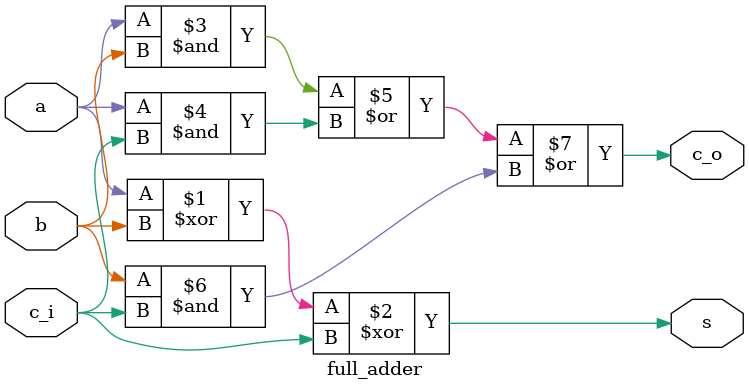
<source format=sv>
module full_adder(
	input logic a,
	input logic b,
	input logic c_i,
	output logic s,
	output logic c_o
	);

	assign s = a ^ b ^ c_i;
	assign c_o = (a & b) | (a & c_i) | (b & c_i);

endmodule

</source>
